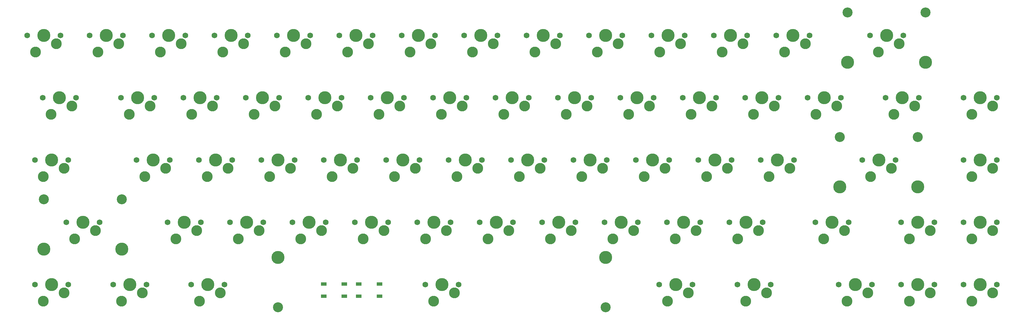
<source format=gbr>
%TF.GenerationSoftware,KiCad,Pcbnew,9.0.2*%
%TF.CreationDate,2025-06-21T23:14:43+02:00*%
%TF.ProjectId,MOD65,4d4f4436-352e-46b6-9963-61645f706362,2*%
%TF.SameCoordinates,Original*%
%TF.FileFunction,Soldermask,Top*%
%TF.FilePolarity,Negative*%
%FSLAX46Y46*%
G04 Gerber Fmt 4.6, Leading zero omitted, Abs format (unit mm)*
G04 Created by KiCad (PCBNEW 9.0.2) date 2025-06-21 23:14:43*
%MOMM*%
%LPD*%
G01*
G04 APERTURE LIST*
%ADD10C,3.048000*%
%ADD11C,3.987800*%
%ADD12R,1.700000X1.000000*%
%ADD13C,1.750000*%
%ADD14C,3.300000*%
G04 APERTURE END LIST*
D10*
%TO.C,H2*%
X280987500Y-69215000D03*
D11*
X280987500Y-84455000D03*
D10*
X304800000Y-69215000D03*
D11*
X304800000Y-84455000D03*
%TD*%
D10*
%TO.C,H1*%
X38100000Y-88265000D03*
D11*
X38100000Y-103505000D03*
D10*
X61912500Y-88265000D03*
D11*
X61912500Y-103505000D03*
%TD*%
D10*
%TO.C,H3*%
X283368750Y-31115000D03*
D11*
X283368750Y-46355000D03*
D10*
X307181250Y-31115000D03*
D11*
X307181250Y-46355000D03*
%TD*%
D12*
%TO.C,SW68*%
X123500000Y-114100000D03*
X129800000Y-114100000D03*
X123500000Y-117900000D03*
X129800000Y-117900000D03*
%TD*%
D10*
%TO.C,H4*%
X209550000Y-121285000D03*
D11*
X209550000Y-106045000D03*
D10*
X109537500Y-121285000D03*
D11*
X109537500Y-106045000D03*
%TD*%
D12*
%TO.C,SW69*%
X134200000Y-114100000D03*
X140500000Y-114100000D03*
X134200000Y-117900000D03*
X140500000Y-117900000D03*
%TD*%
D13*
%TO.C,SW39*%
X199707500Y-76200000D03*
D11*
X204787500Y-76200000D03*
D13*
X209867500Y-76200000D03*
D14*
X208597500Y-78740000D03*
X202247500Y-81280000D03*
%TD*%
D13*
%TO.C,SW55*%
X247332500Y-95250000D03*
D11*
X252412500Y-95250000D03*
D13*
X257492500Y-95250000D03*
D14*
X256222500Y-97790000D03*
X249872500Y-100330000D03*
%TD*%
D13*
%TO.C,SW60*%
X59213750Y-114300000D03*
D11*
X64293750Y-114300000D03*
D13*
X69373750Y-114300000D03*
D14*
X68103750Y-116840000D03*
X61753750Y-119380000D03*
%TD*%
D13*
%TO.C,SW23*%
X175895000Y-57150000D03*
D11*
X180975000Y-57150000D03*
D13*
X186055000Y-57150000D03*
D14*
X184785000Y-59690000D03*
X178435000Y-62230000D03*
%TD*%
D13*
%TO.C,SW64*%
X249713750Y-114300000D03*
D11*
X254793750Y-114300000D03*
D13*
X259873750Y-114300000D03*
D14*
X258603750Y-116840000D03*
X252253750Y-119380000D03*
%TD*%
D13*
%TO.C,SW37*%
X161607500Y-76200000D03*
D11*
X166687500Y-76200000D03*
D13*
X171767500Y-76200000D03*
D14*
X170497500Y-78740000D03*
X164147500Y-81280000D03*
%TD*%
D13*
%TO.C,SW44*%
X318770000Y-76200000D03*
D11*
X323850000Y-76200000D03*
D13*
X328930000Y-76200000D03*
D14*
X327660000Y-78740000D03*
X321310000Y-81280000D03*
%TD*%
D13*
%TO.C,SW6*%
X128270000Y-38100000D03*
D11*
X133350000Y-38100000D03*
D13*
X138430000Y-38100000D03*
D14*
X137160000Y-40640000D03*
X130810000Y-43180000D03*
%TD*%
D13*
%TO.C,SW16*%
X37782500Y-57150000D03*
D11*
X42862500Y-57150000D03*
D13*
X47942500Y-57150000D03*
D14*
X46672500Y-59690000D03*
X40322500Y-62230000D03*
%TD*%
D13*
%TO.C,SW9*%
X185420000Y-38100000D03*
D11*
X190500000Y-38100000D03*
D13*
X195580000Y-38100000D03*
D14*
X194310000Y-40640000D03*
X187960000Y-43180000D03*
%TD*%
D13*
%TO.C,SW49*%
X133032500Y-95250000D03*
D11*
X138112500Y-95250000D03*
D13*
X143192500Y-95250000D03*
D14*
X141922500Y-97790000D03*
X135572500Y-100330000D03*
%TD*%
D13*
%TO.C,SW36*%
X142557500Y-76200000D03*
D11*
X147637500Y-76200000D03*
D13*
X152717500Y-76200000D03*
D14*
X151447500Y-78740000D03*
X145097500Y-81280000D03*
%TD*%
D13*
%TO.C,SW54*%
X228282500Y-95250000D03*
D11*
X233362500Y-95250000D03*
D13*
X238442500Y-95250000D03*
D14*
X237172500Y-97790000D03*
X230822500Y-100330000D03*
%TD*%
D13*
%TO.C,SW48*%
X113982500Y-95250000D03*
D11*
X119062500Y-95250000D03*
D13*
X124142500Y-95250000D03*
D14*
X122872500Y-97790000D03*
X116522500Y-100330000D03*
%TD*%
D13*
%TO.C,SW22*%
X156845000Y-57150000D03*
D11*
X161925000Y-57150000D03*
D13*
X167005000Y-57150000D03*
D14*
X165735000Y-59690000D03*
X159385000Y-62230000D03*
%TD*%
D13*
%TO.C,SW25*%
X213995000Y-57150000D03*
D11*
X219075000Y-57150000D03*
D13*
X224155000Y-57150000D03*
D14*
X222885000Y-59690000D03*
X216535000Y-62230000D03*
%TD*%
D13*
%TO.C,SW42*%
X256857500Y-76200000D03*
D11*
X261937500Y-76200000D03*
D13*
X267017500Y-76200000D03*
D14*
X265747500Y-78740000D03*
X259397500Y-81280000D03*
%TD*%
D13*
%TO.C,SW3*%
X71120000Y-38100000D03*
D11*
X76200000Y-38100000D03*
D13*
X81280000Y-38100000D03*
D14*
X80010000Y-40640000D03*
X73660000Y-43180000D03*
%TD*%
D13*
%TO.C,SW32*%
X66357500Y-76200000D03*
D11*
X71437500Y-76200000D03*
D13*
X76517500Y-76200000D03*
D14*
X75247500Y-78740000D03*
X68897500Y-81280000D03*
%TD*%
D13*
%TO.C,SW28*%
X271145000Y-57150000D03*
D11*
X276225000Y-57150000D03*
D13*
X281305000Y-57150000D03*
D14*
X280035000Y-59690000D03*
X273685000Y-62230000D03*
%TD*%
D13*
%TO.C,SW62*%
X154463750Y-114300000D03*
D11*
X159543750Y-114300000D03*
D13*
X164623750Y-114300000D03*
D14*
X163353750Y-116840000D03*
X157003750Y-119380000D03*
%TD*%
D13*
%TO.C,SW2*%
X52070000Y-38100000D03*
D11*
X57150000Y-38100000D03*
D13*
X62230000Y-38100000D03*
D14*
X60960000Y-40640000D03*
X54610000Y-43180000D03*
%TD*%
D13*
%TO.C,SW10*%
X204470000Y-38100000D03*
D11*
X209550000Y-38100000D03*
D13*
X214630000Y-38100000D03*
D14*
X213360000Y-40640000D03*
X207010000Y-43180000D03*
%TD*%
D13*
%TO.C,SW46*%
X75882500Y-95250000D03*
D11*
X80962500Y-95250000D03*
D13*
X86042500Y-95250000D03*
D14*
X84772500Y-97790000D03*
X78422500Y-100330000D03*
%TD*%
D13*
%TO.C,SW31*%
X35401250Y-76200000D03*
D11*
X40481250Y-76200000D03*
D13*
X45561250Y-76200000D03*
D14*
X44291250Y-78740000D03*
X37941250Y-81280000D03*
%TD*%
D13*
%TO.C,SW14*%
X290195000Y-38100000D03*
D11*
X295275000Y-38100000D03*
D13*
X300355000Y-38100000D03*
D14*
X299085000Y-40640000D03*
X292735000Y-43180000D03*
%TD*%
D13*
%TO.C,SW13*%
X261620000Y-38100000D03*
D11*
X266700000Y-38100000D03*
D13*
X271780000Y-38100000D03*
D14*
X270510000Y-40640000D03*
X264160000Y-43180000D03*
%TD*%
D13*
%TO.C,SW33*%
X85407500Y-76200000D03*
D11*
X90487500Y-76200000D03*
D13*
X95567500Y-76200000D03*
D14*
X94297500Y-78740000D03*
X87947500Y-81280000D03*
%TD*%
D13*
%TO.C,SW1*%
X33020000Y-38100000D03*
D11*
X38100000Y-38100000D03*
D13*
X43180000Y-38100000D03*
D14*
X41910000Y-40640000D03*
X35560000Y-43180000D03*
%TD*%
D13*
%TO.C,SW29*%
X294957500Y-57150000D03*
D11*
X300037500Y-57150000D03*
D13*
X305117500Y-57150000D03*
D14*
X303847500Y-59690000D03*
X297497500Y-62230000D03*
%TD*%
D13*
%TO.C,SW11*%
X223520000Y-38100000D03*
D11*
X228600000Y-38100000D03*
D13*
X233680000Y-38100000D03*
D14*
X232410000Y-40640000D03*
X226060000Y-43180000D03*
%TD*%
D13*
%TO.C,SW61*%
X83026250Y-114300000D03*
D11*
X88106250Y-114300000D03*
D13*
X93186250Y-114300000D03*
D14*
X91916250Y-116840000D03*
X85566250Y-119380000D03*
%TD*%
D13*
%TO.C,SW58*%
X318770000Y-95250000D03*
D11*
X323850000Y-95250000D03*
D13*
X328930000Y-95250000D03*
D14*
X327660000Y-97790000D03*
X321310000Y-100330000D03*
%TD*%
D13*
%TO.C,SW65*%
X280670000Y-114300000D03*
D11*
X285750000Y-114300000D03*
D13*
X290830000Y-114300000D03*
D14*
X289560000Y-116840000D03*
X283210000Y-119380000D03*
%TD*%
D13*
%TO.C,SW53*%
X209232500Y-95250000D03*
D11*
X214312500Y-95250000D03*
D13*
X219392500Y-95250000D03*
D14*
X218122500Y-97790000D03*
X211772500Y-100330000D03*
%TD*%
D13*
%TO.C,SW67*%
X318770000Y-114300000D03*
D11*
X323850000Y-114300000D03*
D13*
X328930000Y-114300000D03*
D14*
X327660000Y-116840000D03*
X321310000Y-119380000D03*
%TD*%
D13*
%TO.C,SW8*%
X166370000Y-38100000D03*
D11*
X171450000Y-38100000D03*
D13*
X176530000Y-38100000D03*
D14*
X175260000Y-40640000D03*
X168910000Y-43180000D03*
%TD*%
D13*
%TO.C,SW34*%
X104457500Y-76200000D03*
D11*
X109537500Y-76200000D03*
D13*
X114617500Y-76200000D03*
D14*
X113347500Y-78740000D03*
X106997500Y-81280000D03*
%TD*%
D13*
%TO.C,SW35*%
X123507500Y-76200000D03*
D11*
X128587500Y-76200000D03*
D13*
X133667500Y-76200000D03*
D14*
X132397500Y-78740000D03*
X126047500Y-81280000D03*
%TD*%
D13*
%TO.C,SW40*%
X218757500Y-76200000D03*
D11*
X223837500Y-76200000D03*
D13*
X228917500Y-76200000D03*
D14*
X227647500Y-78740000D03*
X221297500Y-81280000D03*
%TD*%
D13*
%TO.C,SW43*%
X287813750Y-76200000D03*
D11*
X292893750Y-76200000D03*
D13*
X297973750Y-76200000D03*
D14*
X296703750Y-78740000D03*
X290353750Y-81280000D03*
%TD*%
D13*
%TO.C,SW63*%
X225901250Y-114300000D03*
D11*
X230981250Y-114300000D03*
D13*
X236061250Y-114300000D03*
D14*
X234791250Y-116840000D03*
X228441250Y-119380000D03*
%TD*%
D13*
%TO.C,SW4*%
X90170000Y-38100000D03*
D11*
X95250000Y-38100000D03*
D13*
X100330000Y-38100000D03*
D14*
X99060000Y-40640000D03*
X92710000Y-43180000D03*
%TD*%
D13*
%TO.C,SW57*%
X299720000Y-95250000D03*
D11*
X304800000Y-95250000D03*
D13*
X309880000Y-95250000D03*
D14*
X308610000Y-97790000D03*
X302260000Y-100330000D03*
%TD*%
D13*
%TO.C,SW24*%
X194945000Y-57150000D03*
D11*
X200025000Y-57150000D03*
D13*
X205105000Y-57150000D03*
D14*
X203835000Y-59690000D03*
X197485000Y-62230000D03*
%TD*%
D13*
%TO.C,SW56*%
X273526250Y-95250000D03*
D11*
X278606250Y-95250000D03*
D13*
X283686250Y-95250000D03*
D14*
X282416250Y-97790000D03*
X276066250Y-100330000D03*
%TD*%
D13*
%TO.C,SW51*%
X171132500Y-95250000D03*
D11*
X176212500Y-95250000D03*
D13*
X181292500Y-95250000D03*
D14*
X180022500Y-97790000D03*
X173672500Y-100330000D03*
%TD*%
D13*
%TO.C,SW59*%
X35401250Y-114300000D03*
D11*
X40481250Y-114300000D03*
D13*
X45561250Y-114300000D03*
D14*
X44291250Y-116840000D03*
X37941250Y-119380000D03*
%TD*%
D13*
%TO.C,SW30*%
X318770000Y-57150000D03*
D11*
X323850000Y-57150000D03*
D13*
X328930000Y-57150000D03*
D14*
X327660000Y-59690000D03*
X321310000Y-62230000D03*
%TD*%
D13*
%TO.C,SW47*%
X94932500Y-95250000D03*
D11*
X100012500Y-95250000D03*
D13*
X105092500Y-95250000D03*
D14*
X103822500Y-97790000D03*
X97472500Y-100330000D03*
%TD*%
D13*
%TO.C,SW7*%
X147320000Y-38100000D03*
D11*
X152400000Y-38100000D03*
D13*
X157480000Y-38100000D03*
D14*
X156210000Y-40640000D03*
X149860000Y-43180000D03*
%TD*%
D13*
%TO.C,SW38*%
X180657500Y-76200000D03*
D11*
X185737500Y-76200000D03*
D13*
X190817500Y-76200000D03*
D14*
X189547500Y-78740000D03*
X183197500Y-81280000D03*
%TD*%
D13*
%TO.C,SW27*%
X252095000Y-57150000D03*
D11*
X257175000Y-57150000D03*
D13*
X262255000Y-57150000D03*
D14*
X260985000Y-59690000D03*
X254635000Y-62230000D03*
%TD*%
D13*
%TO.C,SW18*%
X80645000Y-57150000D03*
D11*
X85725000Y-57150000D03*
D13*
X90805000Y-57150000D03*
D14*
X89535000Y-59690000D03*
X83185000Y-62230000D03*
%TD*%
D13*
%TO.C,SW12*%
X242570000Y-38100000D03*
D11*
X247650000Y-38100000D03*
D13*
X252730000Y-38100000D03*
D14*
X251460000Y-40640000D03*
X245110000Y-43180000D03*
%TD*%
D13*
%TO.C,SW20*%
X118745000Y-57150000D03*
D11*
X123825000Y-57150000D03*
D13*
X128905000Y-57150000D03*
D14*
X127635000Y-59690000D03*
X121285000Y-62230000D03*
%TD*%
D13*
%TO.C,SW5*%
X109220000Y-38100000D03*
D11*
X114300000Y-38100000D03*
D13*
X119380000Y-38100000D03*
D14*
X118110000Y-40640000D03*
X111760000Y-43180000D03*
%TD*%
D13*
%TO.C,SW26*%
X233045000Y-57150000D03*
D11*
X238125000Y-57150000D03*
D13*
X243205000Y-57150000D03*
D14*
X241935000Y-59690000D03*
X235585000Y-62230000D03*
%TD*%
D13*
%TO.C,SW66*%
X299720000Y-114300000D03*
D11*
X304800000Y-114300000D03*
D13*
X309880000Y-114300000D03*
D14*
X308610000Y-116840000D03*
X302260000Y-119380000D03*
%TD*%
D13*
%TO.C,SW41*%
X237807500Y-76200000D03*
D11*
X242887500Y-76200000D03*
D13*
X247967500Y-76200000D03*
D14*
X246697500Y-78740000D03*
X240347500Y-81280000D03*
%TD*%
D13*
%TO.C,SW21*%
X137795000Y-57150000D03*
D11*
X142875000Y-57150000D03*
D13*
X147955000Y-57150000D03*
D14*
X146685000Y-59690000D03*
X140335000Y-62230000D03*
%TD*%
D13*
%TO.C,SW50*%
X152082500Y-95250000D03*
D11*
X157162500Y-95250000D03*
D13*
X162242500Y-95250000D03*
D14*
X160972500Y-97790000D03*
X154622500Y-100330000D03*
%TD*%
D13*
%TO.C,SW52*%
X190182500Y-95250000D03*
D11*
X195262500Y-95250000D03*
D13*
X200342500Y-95250000D03*
D14*
X199072500Y-97790000D03*
X192722500Y-100330000D03*
%TD*%
D13*
%TO.C,SW45*%
X44926250Y-95250000D03*
D11*
X50006250Y-95250000D03*
D13*
X55086250Y-95250000D03*
D14*
X53816250Y-97790000D03*
X47466250Y-100330000D03*
%TD*%
D13*
%TO.C,SW19*%
X99695000Y-57150000D03*
D11*
X104775000Y-57150000D03*
D13*
X109855000Y-57150000D03*
D14*
X108585000Y-59690000D03*
X102235000Y-62230000D03*
%TD*%
D13*
%TO.C,SW17*%
X61595000Y-57150000D03*
D11*
X66675000Y-57150000D03*
D13*
X71755000Y-57150000D03*
D14*
X70485000Y-59690000D03*
X64135000Y-62230000D03*
%TD*%
M02*

</source>
